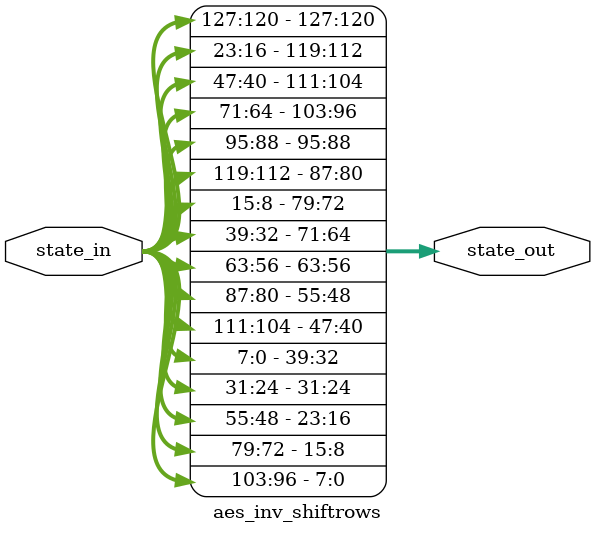
<source format=v>
`timescale 1ns/1ps


// Standard 4x4 State Representation (indices of bytes):
// 0  4  8  12
// 1  5  9  13
// 2  6  10 14
// 3  7  11 15

module aes_shiftrows (
    input  [127:0] state_in,
    output [127:0] state_out
);
    // Row 0: No shift
    assign state_out[127:120] = state_in[127:120]; // byte 15
    assign state_out[95:88]   = state_in[95:88];   // byte 11
    assign state_out[63:56]   = state_in[63:56];   // byte 7
    assign state_out[31:24]   = state_in[31:24];   // byte 3

    // Row 1: Left shift by 1
    assign state_out[119:112] = state_in[87:80];   // byte 14 gets byte 10
    assign state_out[87:80]   = state_in[55:48];   // byte 10 gets byte 6
    assign state_out[55:48]   = state_in[23:16];   // byte 6  gets byte 2
    assign state_out[23:16]   = state_in[119:112]; // byte 2  gets byte 14

    // Row 2: Left shift by 2
    assign state_out[111:104] = state_in[47:40];   // byte 13 gets byte 5
    assign state_out[79:72]   = state_in[15:8];    // byte 9  gets byte 1
    assign state_out[47:40]   = state_in[111:104]; // byte 5  gets byte 13
    assign state_out[15:8]    = state_in[79:72];   // byte 1  gets byte 9

    // Row 3: Left shift by 3 (or right shift by 1)
    assign state_out[103:96]  = state_in[7:0];     // byte 12 gets byte 4
    assign state_out[71:64]   = state_in[103:96];  // byte 8  gets byte 0
    assign state_out[39:32]   = state_in[71:64];   // byte 4  gets byte 12
    assign state_out[7:0]     = state_in[39:32];   // byte 0  gets byte 8
endmodule


module aes_inv_shiftrows (
    input  [127:0] state_in,
    output [127:0] state_out
);
    // Row 0: No shift
    assign state_out[127:120] = state_in[127:120];
    assign state_out[95:88]   = state_in[95:88];
    assign state_out[63:56]   = state_in[63:56];
    assign state_out[31:24]   = state_in[31:24];

    // Row 1: Right shift by 1
    assign state_out[119:112] = state_in[23:16];
    assign state_out[87:80]   = state_in[119:112];
    assign state_out[55:48]   = state_in[87:80];
    assign state_out[23:16]   = state_in[55:48];

    // Row 2: Right shift by 2
    assign state_out[111:104] = state_in[47:40];
    assign state_out[79:72]   = state_in[15:8];
    assign state_out[47:40]   = state_in[111:104];
    assign state_out[15:8]    = state_in[79:72];

    // Row 3: Right shift by 3 (or left shift by 1)
    assign state_out[103:96]  = state_in[71:64];
    assign state_out[71:64]   = state_in[39:32];
    assign state_out[39:32]   = state_in[7:0];
    assign state_out[7:0]     = state_in[103:96];
endmodule
</source>
